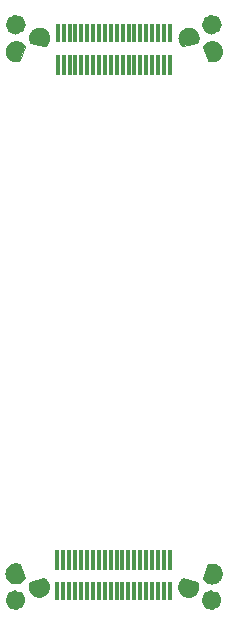
<source format=gbr>
G04 #@! TF.GenerationSoftware,KiCad,Pcbnew,(5.1.0)-1*
G04 #@! TF.CreationDate,2021-08-05T13:01:27-06:00*
G04 #@! TF.ProjectId,_autosave-Igloo19,5f617574-6f73-4617-9665-2d49676c6f6f,rev?*
G04 #@! TF.SameCoordinates,Original*
G04 #@! TF.FileFunction,Paste,Bot*
G04 #@! TF.FilePolarity,Positive*
%FSLAX46Y46*%
G04 Gerber Fmt 4.6, Leading zero omitted, Abs format (unit mm)*
G04 Created by KiCad (PCBNEW (5.1.0)-1) date 2021-08-05 13:01:27*
%MOMM*%
%LPD*%
G04 APERTURE LIST*
%ADD10C,0.850000*%
%ADD11C,0.010000*%
%ADD12R,0.300000X1.630000*%
%ADD13R,0.300000X1.800000*%
G04 APERTURE END LIST*
D10*
X187715000Y-51180000D02*
G75*
G03X187715000Y-51180000I-425000J0D01*
G01*
D11*
G36*
X186526100Y-53056231D02*
G01*
X186534794Y-53041035D01*
X186545935Y-53022457D01*
X186557494Y-53004137D01*
X186569466Y-52986084D01*
X186581844Y-52968307D01*
X186594623Y-52950815D01*
X186607795Y-52933618D01*
X186621353Y-52916724D01*
X186635292Y-52900142D01*
X186649603Y-52883880D01*
X186664280Y-52867948D01*
X186679314Y-52852352D01*
X186694698Y-52837102D01*
X186710424Y-52822204D01*
X186726484Y-52807668D01*
X186742870Y-52793499D01*
X186759573Y-52779705D01*
X186776584Y-52766295D01*
X186793896Y-52753273D01*
X186811498Y-52740648D01*
X186829383Y-52728425D01*
X186847540Y-52716611D01*
X186865960Y-52705212D01*
X186884634Y-52694234D01*
X186903553Y-52683683D01*
X186922706Y-52673563D01*
X186942083Y-52663881D01*
X186961676Y-52654640D01*
X186981473Y-52645847D01*
X187001080Y-52637660D01*
X187043281Y-52623540D01*
X187086164Y-52611647D01*
X187129610Y-52602016D01*
X187173500Y-52594671D01*
X187217715Y-52589633D01*
X187262133Y-52586916D01*
X187306633Y-52586528D01*
X187351091Y-52588469D01*
X187395387Y-52592734D01*
X187439400Y-52599312D01*
X187483007Y-52608184D01*
X187526091Y-52619326D01*
X187568532Y-52632708D01*
X187610215Y-52648293D01*
X187651025Y-52666037D01*
X187690850Y-52685894D01*
X187729582Y-52707807D01*
X187767114Y-52731717D01*
X187803343Y-52757559D01*
X187838170Y-52785262D01*
X187871499Y-52814749D01*
X187903239Y-52845940D01*
X187933304Y-52878750D01*
X187961610Y-52913088D01*
X187988080Y-52948860D01*
X188012642Y-52985969D01*
X188035228Y-53024312D01*
X188055776Y-53063785D01*
X188074230Y-53104279D01*
X188090540Y-53145684D01*
X188104660Y-53187886D01*
X188116553Y-53230768D01*
X188126184Y-53274214D01*
X188133529Y-53318104D01*
X188138567Y-53362319D01*
X188141284Y-53406736D01*
X188141672Y-53451236D01*
X188139731Y-53495694D01*
X188135466Y-53539990D01*
X188128888Y-53584002D01*
X188120016Y-53627609D01*
X188108874Y-53670692D01*
X188095492Y-53713133D01*
X188079908Y-53754816D01*
X188062163Y-53795626D01*
X188042307Y-53835451D01*
X188020394Y-53874183D01*
X187996484Y-53911714D01*
X187970642Y-53947943D01*
X187942940Y-53982769D01*
X187913452Y-54016098D01*
X187882261Y-54047839D01*
X187849452Y-54077903D01*
X187815114Y-54106209D01*
X187779342Y-54132679D01*
X187742233Y-54157240D01*
X187703890Y-54179826D01*
X187664418Y-54200374D01*
X187623924Y-54218829D01*
X187582520Y-54235138D01*
X187556157Y-54243958D01*
X187535703Y-54250153D01*
X187515100Y-54255835D01*
X187494362Y-54260999D01*
X187473501Y-54265643D01*
X187452530Y-54269763D01*
X187431463Y-54273358D01*
X187410312Y-54276425D01*
X187389092Y-54278962D01*
X187367814Y-54280967D01*
X187346493Y-54282439D01*
X187325142Y-54283377D01*
X187303774Y-54283781D01*
X187282403Y-54283651D01*
X187261041Y-54282986D01*
X187239703Y-54281786D01*
X187218402Y-54280054D01*
X187197151Y-54277789D01*
X187175962Y-54274993D01*
X187154851Y-54271668D01*
X187133829Y-54267817D01*
X187112910Y-54263440D01*
X187092107Y-54258542D01*
X187071434Y-54253124D01*
X187050902Y-54247192D01*
X187030525Y-54240747D01*
X187010315Y-54233795D01*
X186990286Y-54226340D01*
X186970450Y-54218386D01*
X186945070Y-54207353D01*
X186526100Y-53056231D01*
X186526100Y-53056231D01*
G37*
X186526100Y-53056231D02*
X186534794Y-53041035D01*
X186545935Y-53022457D01*
X186557494Y-53004137D01*
X186569466Y-52986084D01*
X186581844Y-52968307D01*
X186594623Y-52950815D01*
X186607795Y-52933618D01*
X186621353Y-52916724D01*
X186635292Y-52900142D01*
X186649603Y-52883880D01*
X186664280Y-52867948D01*
X186679314Y-52852352D01*
X186694698Y-52837102D01*
X186710424Y-52822204D01*
X186726484Y-52807668D01*
X186742870Y-52793499D01*
X186759573Y-52779705D01*
X186776584Y-52766295D01*
X186793896Y-52753273D01*
X186811498Y-52740648D01*
X186829383Y-52728425D01*
X186847540Y-52716611D01*
X186865960Y-52705212D01*
X186884634Y-52694234D01*
X186903553Y-52683683D01*
X186922706Y-52673563D01*
X186942083Y-52663881D01*
X186961676Y-52654640D01*
X186981473Y-52645847D01*
X187001080Y-52637660D01*
X187043281Y-52623540D01*
X187086164Y-52611647D01*
X187129610Y-52602016D01*
X187173500Y-52594671D01*
X187217715Y-52589633D01*
X187262133Y-52586916D01*
X187306633Y-52586528D01*
X187351091Y-52588469D01*
X187395387Y-52592734D01*
X187439400Y-52599312D01*
X187483007Y-52608184D01*
X187526091Y-52619326D01*
X187568532Y-52632708D01*
X187610215Y-52648293D01*
X187651025Y-52666037D01*
X187690850Y-52685894D01*
X187729582Y-52707807D01*
X187767114Y-52731717D01*
X187803343Y-52757559D01*
X187838170Y-52785262D01*
X187871499Y-52814749D01*
X187903239Y-52845940D01*
X187933304Y-52878750D01*
X187961610Y-52913088D01*
X187988080Y-52948860D01*
X188012642Y-52985969D01*
X188035228Y-53024312D01*
X188055776Y-53063785D01*
X188074230Y-53104279D01*
X188090540Y-53145684D01*
X188104660Y-53187886D01*
X188116553Y-53230768D01*
X188126184Y-53274214D01*
X188133529Y-53318104D01*
X188138567Y-53362319D01*
X188141284Y-53406736D01*
X188141672Y-53451236D01*
X188139731Y-53495694D01*
X188135466Y-53539990D01*
X188128888Y-53584002D01*
X188120016Y-53627609D01*
X188108874Y-53670692D01*
X188095492Y-53713133D01*
X188079908Y-53754816D01*
X188062163Y-53795626D01*
X188042307Y-53835451D01*
X188020394Y-53874183D01*
X187996484Y-53911714D01*
X187970642Y-53947943D01*
X187942940Y-53982769D01*
X187913452Y-54016098D01*
X187882261Y-54047839D01*
X187849452Y-54077903D01*
X187815114Y-54106209D01*
X187779342Y-54132679D01*
X187742233Y-54157240D01*
X187703890Y-54179826D01*
X187664418Y-54200374D01*
X187623924Y-54218829D01*
X187582520Y-54235138D01*
X187556157Y-54243958D01*
X187535703Y-54250153D01*
X187515100Y-54255835D01*
X187494362Y-54260999D01*
X187473501Y-54265643D01*
X187452530Y-54269763D01*
X187431463Y-54273358D01*
X187410312Y-54276425D01*
X187389092Y-54278962D01*
X187367814Y-54280967D01*
X187346493Y-54282439D01*
X187325142Y-54283377D01*
X187303774Y-54283781D01*
X187282403Y-54283651D01*
X187261041Y-54282986D01*
X187239703Y-54281786D01*
X187218402Y-54280054D01*
X187197151Y-54277789D01*
X187175962Y-54274993D01*
X187154851Y-54271668D01*
X187133829Y-54267817D01*
X187112910Y-54263440D01*
X187092107Y-54258542D01*
X187071434Y-54253124D01*
X187050902Y-54247192D01*
X187030525Y-54240747D01*
X187010315Y-54233795D01*
X186990286Y-54226340D01*
X186970450Y-54218386D01*
X186945070Y-54207353D01*
X186526100Y-53056231D01*
G36*
X184876070Y-53028422D02*
G01*
X184864958Y-53020956D01*
X184847294Y-53008611D01*
X184829915Y-52995868D01*
X184812830Y-52982735D01*
X184796047Y-52969217D01*
X184779576Y-52955322D01*
X184763423Y-52941056D01*
X184747599Y-52926428D01*
X184732110Y-52911445D01*
X184716966Y-52896114D01*
X184702173Y-52880444D01*
X184687739Y-52864442D01*
X184673672Y-52848116D01*
X184659979Y-52831476D01*
X184646668Y-52814529D01*
X184633744Y-52797285D01*
X184621214Y-52779752D01*
X184609086Y-52761939D01*
X184597365Y-52743856D01*
X184586057Y-52725511D01*
X184575168Y-52706914D01*
X184564704Y-52688076D01*
X184554671Y-52669004D01*
X184545072Y-52649710D01*
X184535913Y-52630203D01*
X184527200Y-52610494D01*
X184518936Y-52590592D01*
X184511125Y-52570507D01*
X184503772Y-52550250D01*
X184495770Y-52526390D01*
X184485383Y-52483123D01*
X184477273Y-52439368D01*
X184471465Y-52395248D01*
X184467973Y-52350885D01*
X184466808Y-52306400D01*
X184467973Y-52261915D01*
X184471465Y-52217552D01*
X184477273Y-52173432D01*
X184485383Y-52129677D01*
X184495771Y-52086406D01*
X184508410Y-52043738D01*
X184523264Y-52001790D01*
X184540294Y-51960677D01*
X184559452Y-51920512D01*
X184580686Y-51881404D01*
X184603937Y-51843461D01*
X184629142Y-51806787D01*
X184656232Y-51771483D01*
X184685133Y-51737645D01*
X184715765Y-51705365D01*
X184748045Y-51674733D01*
X184781883Y-51645832D01*
X184817187Y-51618742D01*
X184853861Y-51593537D01*
X184891804Y-51570286D01*
X184930912Y-51549052D01*
X184971077Y-51529894D01*
X185012190Y-51512864D01*
X185054138Y-51498010D01*
X185096810Y-51485370D01*
X185140077Y-51474983D01*
X185183832Y-51466873D01*
X185227952Y-51461065D01*
X185272315Y-51457573D01*
X185316800Y-51456408D01*
X185361285Y-51457573D01*
X185405648Y-51461065D01*
X185449768Y-51466873D01*
X185493523Y-51474983D01*
X185536794Y-51485371D01*
X185579462Y-51498010D01*
X185621410Y-51512864D01*
X185662523Y-51529894D01*
X185702688Y-51549052D01*
X185741796Y-51570286D01*
X185779739Y-51593537D01*
X185816413Y-51618742D01*
X185851717Y-51645832D01*
X185885555Y-51674733D01*
X185917835Y-51705365D01*
X185948467Y-51737645D01*
X185977368Y-51771483D01*
X186004458Y-51806787D01*
X186029663Y-51843461D01*
X186052914Y-51881404D01*
X186074148Y-51920512D01*
X186093306Y-51960677D01*
X186110336Y-52001790D01*
X186125190Y-52043738D01*
X186137830Y-52086410D01*
X186142271Y-52104026D01*
X186147054Y-52125078D01*
X186151297Y-52146245D01*
X186154996Y-52167514D01*
X186158150Y-52188871D01*
X186160756Y-52210301D01*
X186162812Y-52231791D01*
X186164318Y-52253327D01*
X186165272Y-52274894D01*
X186165674Y-52296478D01*
X186165524Y-52318066D01*
X186164820Y-52339643D01*
X186163565Y-52361195D01*
X186161759Y-52382707D01*
X186159402Y-52404166D01*
X186156497Y-52425558D01*
X186153046Y-52446869D01*
X186149050Y-52468084D01*
X186144512Y-52489190D01*
X186139436Y-52510173D01*
X186133824Y-52531019D01*
X186127681Y-52551714D01*
X186121010Y-52572246D01*
X186113815Y-52592600D01*
X186106102Y-52612764D01*
X186097875Y-52632723D01*
X186089141Y-52652465D01*
X186079903Y-52671977D01*
X186070170Y-52691247D01*
X186059330Y-52711370D01*
X184876070Y-53028422D01*
X184876070Y-53028422D01*
G37*
X184876070Y-53028422D02*
X184864958Y-53020956D01*
X184847294Y-53008611D01*
X184829915Y-52995868D01*
X184812830Y-52982735D01*
X184796047Y-52969217D01*
X184779576Y-52955322D01*
X184763423Y-52941056D01*
X184747599Y-52926428D01*
X184732110Y-52911445D01*
X184716966Y-52896114D01*
X184702173Y-52880444D01*
X184687739Y-52864442D01*
X184673672Y-52848116D01*
X184659979Y-52831476D01*
X184646668Y-52814529D01*
X184633744Y-52797285D01*
X184621214Y-52779752D01*
X184609086Y-52761939D01*
X184597365Y-52743856D01*
X184586057Y-52725511D01*
X184575168Y-52706914D01*
X184564704Y-52688076D01*
X184554671Y-52669004D01*
X184545072Y-52649710D01*
X184535913Y-52630203D01*
X184527200Y-52610494D01*
X184518936Y-52590592D01*
X184511125Y-52570507D01*
X184503772Y-52550250D01*
X184495770Y-52526390D01*
X184485383Y-52483123D01*
X184477273Y-52439368D01*
X184471465Y-52395248D01*
X184467973Y-52350885D01*
X184466808Y-52306400D01*
X184467973Y-52261915D01*
X184471465Y-52217552D01*
X184477273Y-52173432D01*
X184485383Y-52129677D01*
X184495771Y-52086406D01*
X184508410Y-52043738D01*
X184523264Y-52001790D01*
X184540294Y-51960677D01*
X184559452Y-51920512D01*
X184580686Y-51881404D01*
X184603937Y-51843461D01*
X184629142Y-51806787D01*
X184656232Y-51771483D01*
X184685133Y-51737645D01*
X184715765Y-51705365D01*
X184748045Y-51674733D01*
X184781883Y-51645832D01*
X184817187Y-51618742D01*
X184853861Y-51593537D01*
X184891804Y-51570286D01*
X184930912Y-51549052D01*
X184971077Y-51529894D01*
X185012190Y-51512864D01*
X185054138Y-51498010D01*
X185096810Y-51485370D01*
X185140077Y-51474983D01*
X185183832Y-51466873D01*
X185227952Y-51461065D01*
X185272315Y-51457573D01*
X185316800Y-51456408D01*
X185361285Y-51457573D01*
X185405648Y-51461065D01*
X185449768Y-51466873D01*
X185493523Y-51474983D01*
X185536794Y-51485371D01*
X185579462Y-51498010D01*
X185621410Y-51512864D01*
X185662523Y-51529894D01*
X185702688Y-51549052D01*
X185741796Y-51570286D01*
X185779739Y-51593537D01*
X185816413Y-51618742D01*
X185851717Y-51645832D01*
X185885555Y-51674733D01*
X185917835Y-51705365D01*
X185948467Y-51737645D01*
X185977368Y-51771483D01*
X186004458Y-51806787D01*
X186029663Y-51843461D01*
X186052914Y-51881404D01*
X186074148Y-51920512D01*
X186093306Y-51960677D01*
X186110336Y-52001790D01*
X186125190Y-52043738D01*
X186137830Y-52086410D01*
X186142271Y-52104026D01*
X186147054Y-52125078D01*
X186151297Y-52146245D01*
X186154996Y-52167514D01*
X186158150Y-52188871D01*
X186160756Y-52210301D01*
X186162812Y-52231791D01*
X186164318Y-52253327D01*
X186165272Y-52274894D01*
X186165674Y-52296478D01*
X186165524Y-52318066D01*
X186164820Y-52339643D01*
X186163565Y-52361195D01*
X186161759Y-52382707D01*
X186159402Y-52404166D01*
X186156497Y-52425558D01*
X186153046Y-52446869D01*
X186149050Y-52468084D01*
X186144512Y-52489190D01*
X186139436Y-52510173D01*
X186133824Y-52531019D01*
X186127681Y-52551714D01*
X186121010Y-52572246D01*
X186113815Y-52592600D01*
X186106102Y-52612764D01*
X186097875Y-52632723D01*
X186089141Y-52652465D01*
X186079903Y-52671977D01*
X186070170Y-52691247D01*
X186059330Y-52711370D01*
X184876070Y-53028422D01*
D10*
X171115000Y-51180000D02*
G75*
G03X171115000Y-51180000I-425000J0D01*
G01*
D11*
G36*
X171920670Y-52711370D02*
G01*
X171909451Y-52687861D01*
X171900793Y-52668505D01*
X171892565Y-52648963D01*
X171884771Y-52629244D01*
X171877414Y-52609358D01*
X171870500Y-52589313D01*
X171864029Y-52569121D01*
X171858007Y-52548790D01*
X171852436Y-52528332D01*
X171847318Y-52507755D01*
X171842657Y-52487070D01*
X171838454Y-52466287D01*
X171834711Y-52445417D01*
X171831431Y-52424468D01*
X171828614Y-52403453D01*
X171826263Y-52382380D01*
X171824378Y-52361260D01*
X171822960Y-52340104D01*
X171822011Y-52318922D01*
X171821530Y-52297724D01*
X171821517Y-52276520D01*
X171821974Y-52255321D01*
X171822899Y-52234138D01*
X171824292Y-52212980D01*
X171826152Y-52191858D01*
X171828479Y-52170783D01*
X171831271Y-52149764D01*
X171834527Y-52128812D01*
X171838245Y-52107936D01*
X171843970Y-52080010D01*
X171856610Y-52037338D01*
X171871464Y-51995390D01*
X171888494Y-51954277D01*
X171907652Y-51914112D01*
X171928886Y-51875004D01*
X171952137Y-51837061D01*
X171977342Y-51800387D01*
X172004432Y-51765083D01*
X172033333Y-51731245D01*
X172063965Y-51698965D01*
X172096245Y-51668333D01*
X172130083Y-51639432D01*
X172165387Y-51612342D01*
X172202061Y-51587137D01*
X172240004Y-51563886D01*
X172279112Y-51542652D01*
X172319277Y-51523494D01*
X172360390Y-51506464D01*
X172402338Y-51491610D01*
X172445006Y-51478971D01*
X172488277Y-51468583D01*
X172532032Y-51460473D01*
X172576152Y-51454665D01*
X172620515Y-51451173D01*
X172665000Y-51450008D01*
X172709485Y-51451173D01*
X172753848Y-51454665D01*
X172797968Y-51460473D01*
X172841723Y-51468583D01*
X172884990Y-51478970D01*
X172927662Y-51491610D01*
X172969610Y-51506464D01*
X173010723Y-51523494D01*
X173050888Y-51542652D01*
X173089996Y-51563886D01*
X173127939Y-51587137D01*
X173164613Y-51612342D01*
X173199917Y-51639432D01*
X173233755Y-51668333D01*
X173266035Y-51698965D01*
X173296667Y-51731245D01*
X173325568Y-51765083D01*
X173352658Y-51800387D01*
X173377863Y-51837061D01*
X173401114Y-51875004D01*
X173422348Y-51914112D01*
X173441506Y-51954277D01*
X173458536Y-51995390D01*
X173473390Y-52037338D01*
X173486029Y-52080006D01*
X173496417Y-52123277D01*
X173504527Y-52167032D01*
X173510335Y-52211152D01*
X173513827Y-52255515D01*
X173514992Y-52300000D01*
X173513827Y-52344485D01*
X173510335Y-52388848D01*
X173504527Y-52432968D01*
X173496417Y-52476723D01*
X173486030Y-52519990D01*
X173480115Y-52540987D01*
X173473669Y-52561811D01*
X173466692Y-52582463D01*
X173459189Y-52602929D01*
X173451164Y-52623197D01*
X173442624Y-52643253D01*
X173433572Y-52663083D01*
X173424017Y-52682676D01*
X173413962Y-52702017D01*
X173403417Y-52721095D01*
X173392386Y-52739896D01*
X173380877Y-52758409D01*
X173368899Y-52776621D01*
X173356458Y-52794521D01*
X173343563Y-52812097D01*
X173330223Y-52829337D01*
X173316446Y-52846229D01*
X173302241Y-52862764D01*
X173287617Y-52878929D01*
X173272584Y-52894715D01*
X173257152Y-52910111D01*
X173241332Y-52925107D01*
X173225132Y-52939693D01*
X173208565Y-52953859D01*
X173191640Y-52967597D01*
X173174369Y-52980898D01*
X173156764Y-52993751D01*
X173138835Y-53006150D01*
X173120595Y-53018087D01*
X173103930Y-53028422D01*
X171920670Y-52711370D01*
X171920670Y-52711370D01*
G37*
X171920670Y-52711370D02*
X171909451Y-52687861D01*
X171900793Y-52668505D01*
X171892565Y-52648963D01*
X171884771Y-52629244D01*
X171877414Y-52609358D01*
X171870500Y-52589313D01*
X171864029Y-52569121D01*
X171858007Y-52548790D01*
X171852436Y-52528332D01*
X171847318Y-52507755D01*
X171842657Y-52487070D01*
X171838454Y-52466287D01*
X171834711Y-52445417D01*
X171831431Y-52424468D01*
X171828614Y-52403453D01*
X171826263Y-52382380D01*
X171824378Y-52361260D01*
X171822960Y-52340104D01*
X171822011Y-52318922D01*
X171821530Y-52297724D01*
X171821517Y-52276520D01*
X171821974Y-52255321D01*
X171822899Y-52234138D01*
X171824292Y-52212980D01*
X171826152Y-52191858D01*
X171828479Y-52170783D01*
X171831271Y-52149764D01*
X171834527Y-52128812D01*
X171838245Y-52107936D01*
X171843970Y-52080010D01*
X171856610Y-52037338D01*
X171871464Y-51995390D01*
X171888494Y-51954277D01*
X171907652Y-51914112D01*
X171928886Y-51875004D01*
X171952137Y-51837061D01*
X171977342Y-51800387D01*
X172004432Y-51765083D01*
X172033333Y-51731245D01*
X172063965Y-51698965D01*
X172096245Y-51668333D01*
X172130083Y-51639432D01*
X172165387Y-51612342D01*
X172202061Y-51587137D01*
X172240004Y-51563886D01*
X172279112Y-51542652D01*
X172319277Y-51523494D01*
X172360390Y-51506464D01*
X172402338Y-51491610D01*
X172445006Y-51478971D01*
X172488277Y-51468583D01*
X172532032Y-51460473D01*
X172576152Y-51454665D01*
X172620515Y-51451173D01*
X172665000Y-51450008D01*
X172709485Y-51451173D01*
X172753848Y-51454665D01*
X172797968Y-51460473D01*
X172841723Y-51468583D01*
X172884990Y-51478970D01*
X172927662Y-51491610D01*
X172969610Y-51506464D01*
X173010723Y-51523494D01*
X173050888Y-51542652D01*
X173089996Y-51563886D01*
X173127939Y-51587137D01*
X173164613Y-51612342D01*
X173199917Y-51639432D01*
X173233755Y-51668333D01*
X173266035Y-51698965D01*
X173296667Y-51731245D01*
X173325568Y-51765083D01*
X173352658Y-51800387D01*
X173377863Y-51837061D01*
X173401114Y-51875004D01*
X173422348Y-51914112D01*
X173441506Y-51954277D01*
X173458536Y-51995390D01*
X173473390Y-52037338D01*
X173486029Y-52080006D01*
X173496417Y-52123277D01*
X173504527Y-52167032D01*
X173510335Y-52211152D01*
X173513827Y-52255515D01*
X173514992Y-52300000D01*
X173513827Y-52344485D01*
X173510335Y-52388848D01*
X173504527Y-52432968D01*
X173496417Y-52476723D01*
X173486030Y-52519990D01*
X173480115Y-52540987D01*
X173473669Y-52561811D01*
X173466692Y-52582463D01*
X173459189Y-52602929D01*
X173451164Y-52623197D01*
X173442624Y-52643253D01*
X173433572Y-52663083D01*
X173424017Y-52682676D01*
X173413962Y-52702017D01*
X173403417Y-52721095D01*
X173392386Y-52739896D01*
X173380877Y-52758409D01*
X173368899Y-52776621D01*
X173356458Y-52794521D01*
X173343563Y-52812097D01*
X173330223Y-52829337D01*
X173316446Y-52846229D01*
X173302241Y-52862764D01*
X173287617Y-52878929D01*
X173272584Y-52894715D01*
X173257152Y-52910111D01*
X173241332Y-52925107D01*
X173225132Y-52939693D01*
X173208565Y-52953859D01*
X173191640Y-52967597D01*
X173174369Y-52980898D01*
X173156764Y-52993751D01*
X173138835Y-53006150D01*
X173120595Y-53018087D01*
X173103930Y-53028422D01*
X171920670Y-52711370D01*
G36*
X171034930Y-54207353D02*
G01*
X171010528Y-54216482D01*
X170990491Y-54223421D01*
X170970306Y-54229914D01*
X170949982Y-54235960D01*
X170929530Y-54241555D01*
X170908959Y-54246697D01*
X170888279Y-54251383D01*
X170867501Y-54255610D01*
X170846635Y-54259377D01*
X170825690Y-54262682D01*
X170804677Y-54265523D01*
X170783607Y-54267899D01*
X170762489Y-54269808D01*
X170741334Y-54271250D01*
X170720153Y-54272224D01*
X170698955Y-54272730D01*
X170677751Y-54272767D01*
X170656552Y-54272335D01*
X170635367Y-54271435D01*
X170614207Y-54270067D01*
X170593083Y-54268231D01*
X170572004Y-54265929D01*
X170550982Y-54263161D01*
X170530026Y-54259930D01*
X170509146Y-54256235D01*
X170488353Y-54252081D01*
X170467658Y-54247467D01*
X170447069Y-54242397D01*
X170426597Y-54236874D01*
X170399280Y-54228738D01*
X170357876Y-54212429D01*
X170317382Y-54193974D01*
X170277910Y-54173426D01*
X170239567Y-54150840D01*
X170202458Y-54126279D01*
X170166686Y-54099809D01*
X170132348Y-54071503D01*
X170099539Y-54041439D01*
X170068348Y-54009698D01*
X170038860Y-53976369D01*
X170011158Y-53941543D01*
X169985316Y-53905314D01*
X169961406Y-53867783D01*
X169939493Y-53829051D01*
X169919637Y-53789226D01*
X169901892Y-53748416D01*
X169886308Y-53706733D01*
X169872926Y-53664292D01*
X169861784Y-53621209D01*
X169852912Y-53577602D01*
X169846334Y-53533590D01*
X169842069Y-53489294D01*
X169840128Y-53444836D01*
X169840516Y-53400336D01*
X169843233Y-53355919D01*
X169848271Y-53311704D01*
X169855616Y-53267814D01*
X169865247Y-53224368D01*
X169877140Y-53181486D01*
X169891260Y-53139284D01*
X169907570Y-53097879D01*
X169926024Y-53057385D01*
X169946572Y-53017912D01*
X169969158Y-52979569D01*
X169993720Y-52942460D01*
X170020190Y-52906688D01*
X170048496Y-52872350D01*
X170078561Y-52839540D01*
X170110301Y-52808349D01*
X170143630Y-52778862D01*
X170178457Y-52751159D01*
X170214686Y-52725317D01*
X170252218Y-52701407D01*
X170290950Y-52679494D01*
X170330775Y-52659637D01*
X170371585Y-52641893D01*
X170413268Y-52626308D01*
X170455709Y-52612926D01*
X170498793Y-52601784D01*
X170542400Y-52592912D01*
X170586413Y-52586334D01*
X170630709Y-52582069D01*
X170675167Y-52580128D01*
X170719667Y-52580516D01*
X170764085Y-52583233D01*
X170808300Y-52588271D01*
X170852190Y-52595616D01*
X170895636Y-52605247D01*
X170938519Y-52617140D01*
X170980720Y-52631260D01*
X171001098Y-52638974D01*
X171021280Y-52647210D01*
X171041245Y-52655960D01*
X171060980Y-52665219D01*
X171080471Y-52674979D01*
X171099706Y-52685235D01*
X171118672Y-52695980D01*
X171137357Y-52707207D01*
X171155748Y-52718909D01*
X171173834Y-52731077D01*
X171191603Y-52743705D01*
X171209042Y-52756783D01*
X171226141Y-52770303D01*
X171242888Y-52784256D01*
X171259273Y-52798634D01*
X171275284Y-52813426D01*
X171290912Y-52828623D01*
X171306145Y-52844215D01*
X171320975Y-52860192D01*
X171335390Y-52876543D01*
X171349382Y-52893258D01*
X171362942Y-52910325D01*
X171376061Y-52927734D01*
X171388730Y-52945473D01*
X171400940Y-52963531D01*
X171412685Y-52981895D01*
X171423955Y-53000554D01*
X171434744Y-53019495D01*
X171445045Y-53038706D01*
X171453900Y-53056231D01*
X171034930Y-54207353D01*
X171034930Y-54207353D01*
G37*
X171034930Y-54207353D02*
X171010528Y-54216482D01*
X170990491Y-54223421D01*
X170970306Y-54229914D01*
X170949982Y-54235960D01*
X170929530Y-54241555D01*
X170908959Y-54246697D01*
X170888279Y-54251383D01*
X170867501Y-54255610D01*
X170846635Y-54259377D01*
X170825690Y-54262682D01*
X170804677Y-54265523D01*
X170783607Y-54267899D01*
X170762489Y-54269808D01*
X170741334Y-54271250D01*
X170720153Y-54272224D01*
X170698955Y-54272730D01*
X170677751Y-54272767D01*
X170656552Y-54272335D01*
X170635367Y-54271435D01*
X170614207Y-54270067D01*
X170593083Y-54268231D01*
X170572004Y-54265929D01*
X170550982Y-54263161D01*
X170530026Y-54259930D01*
X170509146Y-54256235D01*
X170488353Y-54252081D01*
X170467658Y-54247467D01*
X170447069Y-54242397D01*
X170426597Y-54236874D01*
X170399280Y-54228738D01*
X170357876Y-54212429D01*
X170317382Y-54193974D01*
X170277910Y-54173426D01*
X170239567Y-54150840D01*
X170202458Y-54126279D01*
X170166686Y-54099809D01*
X170132348Y-54071503D01*
X170099539Y-54041439D01*
X170068348Y-54009698D01*
X170038860Y-53976369D01*
X170011158Y-53941543D01*
X169985316Y-53905314D01*
X169961406Y-53867783D01*
X169939493Y-53829051D01*
X169919637Y-53789226D01*
X169901892Y-53748416D01*
X169886308Y-53706733D01*
X169872926Y-53664292D01*
X169861784Y-53621209D01*
X169852912Y-53577602D01*
X169846334Y-53533590D01*
X169842069Y-53489294D01*
X169840128Y-53444836D01*
X169840516Y-53400336D01*
X169843233Y-53355919D01*
X169848271Y-53311704D01*
X169855616Y-53267814D01*
X169865247Y-53224368D01*
X169877140Y-53181486D01*
X169891260Y-53139284D01*
X169907570Y-53097879D01*
X169926024Y-53057385D01*
X169946572Y-53017912D01*
X169969158Y-52979569D01*
X169993720Y-52942460D01*
X170020190Y-52906688D01*
X170048496Y-52872350D01*
X170078561Y-52839540D01*
X170110301Y-52808349D01*
X170143630Y-52778862D01*
X170178457Y-52751159D01*
X170214686Y-52725317D01*
X170252218Y-52701407D01*
X170290950Y-52679494D01*
X170330775Y-52659637D01*
X170371585Y-52641893D01*
X170413268Y-52626308D01*
X170455709Y-52612926D01*
X170498793Y-52601784D01*
X170542400Y-52592912D01*
X170586413Y-52586334D01*
X170630709Y-52582069D01*
X170675167Y-52580128D01*
X170719667Y-52580516D01*
X170764085Y-52583233D01*
X170808300Y-52588271D01*
X170852190Y-52595616D01*
X170895636Y-52605247D01*
X170938519Y-52617140D01*
X170980720Y-52631260D01*
X171001098Y-52638974D01*
X171021280Y-52647210D01*
X171041245Y-52655960D01*
X171060980Y-52665219D01*
X171080471Y-52674979D01*
X171099706Y-52685235D01*
X171118672Y-52695980D01*
X171137357Y-52707207D01*
X171155748Y-52718909D01*
X171173834Y-52731077D01*
X171191603Y-52743705D01*
X171209042Y-52756783D01*
X171226141Y-52770303D01*
X171242888Y-52784256D01*
X171259273Y-52798634D01*
X171275284Y-52813426D01*
X171290912Y-52828623D01*
X171306145Y-52844215D01*
X171320975Y-52860192D01*
X171335390Y-52876543D01*
X171349382Y-52893258D01*
X171362942Y-52910325D01*
X171376061Y-52927734D01*
X171388730Y-52945473D01*
X171400940Y-52963531D01*
X171412685Y-52981895D01*
X171423955Y-53000554D01*
X171434744Y-53019495D01*
X171445045Y-53038706D01*
X171453900Y-53056231D01*
X171034930Y-54207353D01*
D10*
X171095000Y-99900000D02*
G75*
G03X171095000Y-99900000I-425000J0D01*
G01*
D11*
G36*
X171433900Y-98023769D02*
G01*
X171425206Y-98038965D01*
X171414065Y-98057543D01*
X171402506Y-98075863D01*
X171390534Y-98093916D01*
X171378156Y-98111693D01*
X171365377Y-98129185D01*
X171352205Y-98146382D01*
X171338647Y-98163276D01*
X171324708Y-98179858D01*
X171310397Y-98196120D01*
X171295720Y-98212052D01*
X171280686Y-98227648D01*
X171265302Y-98242898D01*
X171249576Y-98257796D01*
X171233516Y-98272332D01*
X171217130Y-98286501D01*
X171200427Y-98300295D01*
X171183416Y-98313705D01*
X171166104Y-98326727D01*
X171148502Y-98339352D01*
X171130617Y-98351575D01*
X171112460Y-98363389D01*
X171094040Y-98374788D01*
X171075366Y-98385766D01*
X171056447Y-98396317D01*
X171037294Y-98406437D01*
X171017917Y-98416119D01*
X170998324Y-98425360D01*
X170978527Y-98434153D01*
X170958920Y-98442340D01*
X170916719Y-98456460D01*
X170873836Y-98468353D01*
X170830390Y-98477984D01*
X170786500Y-98485329D01*
X170742285Y-98490367D01*
X170697867Y-98493084D01*
X170653367Y-98493472D01*
X170608909Y-98491531D01*
X170564613Y-98487266D01*
X170520600Y-98480688D01*
X170476993Y-98471816D01*
X170433909Y-98460674D01*
X170391468Y-98447292D01*
X170349785Y-98431707D01*
X170308975Y-98413963D01*
X170269150Y-98394106D01*
X170230418Y-98372193D01*
X170192886Y-98348283D01*
X170156657Y-98322441D01*
X170121830Y-98294738D01*
X170088501Y-98265251D01*
X170056761Y-98234060D01*
X170026696Y-98201250D01*
X169998390Y-98166912D01*
X169971920Y-98131140D01*
X169947358Y-98094031D01*
X169924772Y-98055688D01*
X169904224Y-98016215D01*
X169885770Y-97975721D01*
X169869460Y-97934316D01*
X169855340Y-97892114D01*
X169843447Y-97849232D01*
X169833816Y-97805786D01*
X169826471Y-97761896D01*
X169821433Y-97717681D01*
X169818716Y-97673264D01*
X169818328Y-97628764D01*
X169820269Y-97584306D01*
X169824534Y-97540010D01*
X169831112Y-97495998D01*
X169839984Y-97452391D01*
X169851126Y-97409308D01*
X169864508Y-97366867D01*
X169880092Y-97325184D01*
X169897837Y-97284374D01*
X169917693Y-97244549D01*
X169939606Y-97205817D01*
X169963516Y-97168286D01*
X169989358Y-97132057D01*
X170017060Y-97097231D01*
X170046548Y-97063902D01*
X170077739Y-97032161D01*
X170110548Y-97002097D01*
X170144886Y-96973791D01*
X170180658Y-96947321D01*
X170217767Y-96922760D01*
X170256110Y-96900174D01*
X170295582Y-96879626D01*
X170336076Y-96861171D01*
X170377480Y-96844862D01*
X170403843Y-96836042D01*
X170424297Y-96829847D01*
X170444900Y-96824165D01*
X170465638Y-96819001D01*
X170486499Y-96814357D01*
X170507470Y-96810237D01*
X170528537Y-96806642D01*
X170549688Y-96803575D01*
X170570908Y-96801038D01*
X170592186Y-96799033D01*
X170613507Y-96797561D01*
X170634858Y-96796623D01*
X170656226Y-96796219D01*
X170677597Y-96796349D01*
X170698959Y-96797014D01*
X170720297Y-96798214D01*
X170741598Y-96799946D01*
X170762849Y-96802211D01*
X170784038Y-96805007D01*
X170805149Y-96808332D01*
X170826171Y-96812183D01*
X170847090Y-96816560D01*
X170867893Y-96821458D01*
X170888566Y-96826876D01*
X170909098Y-96832808D01*
X170929475Y-96839253D01*
X170949685Y-96846205D01*
X170969714Y-96853660D01*
X170989550Y-96861614D01*
X171014930Y-96872647D01*
X171433900Y-98023769D01*
X171433900Y-98023769D01*
G37*
X171433900Y-98023769D02*
X171425206Y-98038965D01*
X171414065Y-98057543D01*
X171402506Y-98075863D01*
X171390534Y-98093916D01*
X171378156Y-98111693D01*
X171365377Y-98129185D01*
X171352205Y-98146382D01*
X171338647Y-98163276D01*
X171324708Y-98179858D01*
X171310397Y-98196120D01*
X171295720Y-98212052D01*
X171280686Y-98227648D01*
X171265302Y-98242898D01*
X171249576Y-98257796D01*
X171233516Y-98272332D01*
X171217130Y-98286501D01*
X171200427Y-98300295D01*
X171183416Y-98313705D01*
X171166104Y-98326727D01*
X171148502Y-98339352D01*
X171130617Y-98351575D01*
X171112460Y-98363389D01*
X171094040Y-98374788D01*
X171075366Y-98385766D01*
X171056447Y-98396317D01*
X171037294Y-98406437D01*
X171017917Y-98416119D01*
X170998324Y-98425360D01*
X170978527Y-98434153D01*
X170958920Y-98442340D01*
X170916719Y-98456460D01*
X170873836Y-98468353D01*
X170830390Y-98477984D01*
X170786500Y-98485329D01*
X170742285Y-98490367D01*
X170697867Y-98493084D01*
X170653367Y-98493472D01*
X170608909Y-98491531D01*
X170564613Y-98487266D01*
X170520600Y-98480688D01*
X170476993Y-98471816D01*
X170433909Y-98460674D01*
X170391468Y-98447292D01*
X170349785Y-98431707D01*
X170308975Y-98413963D01*
X170269150Y-98394106D01*
X170230418Y-98372193D01*
X170192886Y-98348283D01*
X170156657Y-98322441D01*
X170121830Y-98294738D01*
X170088501Y-98265251D01*
X170056761Y-98234060D01*
X170026696Y-98201250D01*
X169998390Y-98166912D01*
X169971920Y-98131140D01*
X169947358Y-98094031D01*
X169924772Y-98055688D01*
X169904224Y-98016215D01*
X169885770Y-97975721D01*
X169869460Y-97934316D01*
X169855340Y-97892114D01*
X169843447Y-97849232D01*
X169833816Y-97805786D01*
X169826471Y-97761896D01*
X169821433Y-97717681D01*
X169818716Y-97673264D01*
X169818328Y-97628764D01*
X169820269Y-97584306D01*
X169824534Y-97540010D01*
X169831112Y-97495998D01*
X169839984Y-97452391D01*
X169851126Y-97409308D01*
X169864508Y-97366867D01*
X169880092Y-97325184D01*
X169897837Y-97284374D01*
X169917693Y-97244549D01*
X169939606Y-97205817D01*
X169963516Y-97168286D01*
X169989358Y-97132057D01*
X170017060Y-97097231D01*
X170046548Y-97063902D01*
X170077739Y-97032161D01*
X170110548Y-97002097D01*
X170144886Y-96973791D01*
X170180658Y-96947321D01*
X170217767Y-96922760D01*
X170256110Y-96900174D01*
X170295582Y-96879626D01*
X170336076Y-96861171D01*
X170377480Y-96844862D01*
X170403843Y-96836042D01*
X170424297Y-96829847D01*
X170444900Y-96824165D01*
X170465638Y-96819001D01*
X170486499Y-96814357D01*
X170507470Y-96810237D01*
X170528537Y-96806642D01*
X170549688Y-96803575D01*
X170570908Y-96801038D01*
X170592186Y-96799033D01*
X170613507Y-96797561D01*
X170634858Y-96796623D01*
X170656226Y-96796219D01*
X170677597Y-96796349D01*
X170698959Y-96797014D01*
X170720297Y-96798214D01*
X170741598Y-96799946D01*
X170762849Y-96802211D01*
X170784038Y-96805007D01*
X170805149Y-96808332D01*
X170826171Y-96812183D01*
X170847090Y-96816560D01*
X170867893Y-96821458D01*
X170888566Y-96826876D01*
X170909098Y-96832808D01*
X170929475Y-96839253D01*
X170949685Y-96846205D01*
X170969714Y-96853660D01*
X170989550Y-96861614D01*
X171014930Y-96872647D01*
X171433900Y-98023769D01*
G36*
X173083930Y-98051578D02*
G01*
X173095042Y-98059044D01*
X173112706Y-98071389D01*
X173130085Y-98084132D01*
X173147170Y-98097265D01*
X173163953Y-98110783D01*
X173180424Y-98124678D01*
X173196577Y-98138944D01*
X173212401Y-98153572D01*
X173227890Y-98168555D01*
X173243034Y-98183886D01*
X173257827Y-98199556D01*
X173272261Y-98215558D01*
X173286328Y-98231884D01*
X173300021Y-98248524D01*
X173313332Y-98265471D01*
X173326256Y-98282715D01*
X173338786Y-98300248D01*
X173350914Y-98318061D01*
X173362635Y-98336144D01*
X173373943Y-98354489D01*
X173384832Y-98373086D01*
X173395296Y-98391924D01*
X173405329Y-98410996D01*
X173414928Y-98430290D01*
X173424087Y-98449797D01*
X173432800Y-98469506D01*
X173441064Y-98489408D01*
X173448875Y-98509493D01*
X173456228Y-98529750D01*
X173464230Y-98553610D01*
X173474617Y-98596877D01*
X173482727Y-98640632D01*
X173488535Y-98684752D01*
X173492027Y-98729115D01*
X173493192Y-98773600D01*
X173492027Y-98818085D01*
X173488535Y-98862448D01*
X173482727Y-98906568D01*
X173474617Y-98950323D01*
X173464229Y-98993594D01*
X173451590Y-99036262D01*
X173436736Y-99078210D01*
X173419706Y-99119323D01*
X173400548Y-99159488D01*
X173379314Y-99198596D01*
X173356063Y-99236539D01*
X173330858Y-99273213D01*
X173303768Y-99308517D01*
X173274867Y-99342355D01*
X173244235Y-99374635D01*
X173211955Y-99405267D01*
X173178117Y-99434168D01*
X173142813Y-99461258D01*
X173106139Y-99486463D01*
X173068196Y-99509714D01*
X173029088Y-99530948D01*
X172988923Y-99550106D01*
X172947810Y-99567136D01*
X172905862Y-99581990D01*
X172863190Y-99594630D01*
X172819923Y-99605017D01*
X172776168Y-99613127D01*
X172732048Y-99618935D01*
X172687685Y-99622427D01*
X172643200Y-99623592D01*
X172598715Y-99622427D01*
X172554352Y-99618935D01*
X172510232Y-99613127D01*
X172466477Y-99605017D01*
X172423206Y-99594629D01*
X172380538Y-99581990D01*
X172338590Y-99567136D01*
X172297477Y-99550106D01*
X172257312Y-99530948D01*
X172218204Y-99509714D01*
X172180261Y-99486463D01*
X172143587Y-99461258D01*
X172108283Y-99434168D01*
X172074445Y-99405267D01*
X172042165Y-99374635D01*
X172011533Y-99342355D01*
X171982632Y-99308517D01*
X171955542Y-99273213D01*
X171930337Y-99236539D01*
X171907086Y-99198596D01*
X171885852Y-99159488D01*
X171866694Y-99119323D01*
X171849664Y-99078210D01*
X171834810Y-99036262D01*
X171822170Y-98993590D01*
X171817729Y-98975974D01*
X171812946Y-98954922D01*
X171808703Y-98933755D01*
X171805004Y-98912486D01*
X171801850Y-98891129D01*
X171799244Y-98869699D01*
X171797188Y-98848209D01*
X171795682Y-98826673D01*
X171794728Y-98805106D01*
X171794326Y-98783522D01*
X171794476Y-98761934D01*
X171795180Y-98740357D01*
X171796435Y-98718805D01*
X171798241Y-98697293D01*
X171800598Y-98675834D01*
X171803503Y-98654442D01*
X171806954Y-98633131D01*
X171810950Y-98611916D01*
X171815488Y-98590810D01*
X171820564Y-98569827D01*
X171826176Y-98548981D01*
X171832319Y-98528286D01*
X171838990Y-98507754D01*
X171846185Y-98487400D01*
X171853898Y-98467236D01*
X171862125Y-98447277D01*
X171870859Y-98427535D01*
X171880097Y-98408023D01*
X171889830Y-98388753D01*
X171900670Y-98368630D01*
X173083930Y-98051578D01*
X173083930Y-98051578D01*
G37*
X173083930Y-98051578D02*
X173095042Y-98059044D01*
X173112706Y-98071389D01*
X173130085Y-98084132D01*
X173147170Y-98097265D01*
X173163953Y-98110783D01*
X173180424Y-98124678D01*
X173196577Y-98138944D01*
X173212401Y-98153572D01*
X173227890Y-98168555D01*
X173243034Y-98183886D01*
X173257827Y-98199556D01*
X173272261Y-98215558D01*
X173286328Y-98231884D01*
X173300021Y-98248524D01*
X173313332Y-98265471D01*
X173326256Y-98282715D01*
X173338786Y-98300248D01*
X173350914Y-98318061D01*
X173362635Y-98336144D01*
X173373943Y-98354489D01*
X173384832Y-98373086D01*
X173395296Y-98391924D01*
X173405329Y-98410996D01*
X173414928Y-98430290D01*
X173424087Y-98449797D01*
X173432800Y-98469506D01*
X173441064Y-98489408D01*
X173448875Y-98509493D01*
X173456228Y-98529750D01*
X173464230Y-98553610D01*
X173474617Y-98596877D01*
X173482727Y-98640632D01*
X173488535Y-98684752D01*
X173492027Y-98729115D01*
X173493192Y-98773600D01*
X173492027Y-98818085D01*
X173488535Y-98862448D01*
X173482727Y-98906568D01*
X173474617Y-98950323D01*
X173464229Y-98993594D01*
X173451590Y-99036262D01*
X173436736Y-99078210D01*
X173419706Y-99119323D01*
X173400548Y-99159488D01*
X173379314Y-99198596D01*
X173356063Y-99236539D01*
X173330858Y-99273213D01*
X173303768Y-99308517D01*
X173274867Y-99342355D01*
X173244235Y-99374635D01*
X173211955Y-99405267D01*
X173178117Y-99434168D01*
X173142813Y-99461258D01*
X173106139Y-99486463D01*
X173068196Y-99509714D01*
X173029088Y-99530948D01*
X172988923Y-99550106D01*
X172947810Y-99567136D01*
X172905862Y-99581990D01*
X172863190Y-99594630D01*
X172819923Y-99605017D01*
X172776168Y-99613127D01*
X172732048Y-99618935D01*
X172687685Y-99622427D01*
X172643200Y-99623592D01*
X172598715Y-99622427D01*
X172554352Y-99618935D01*
X172510232Y-99613127D01*
X172466477Y-99605017D01*
X172423206Y-99594629D01*
X172380538Y-99581990D01*
X172338590Y-99567136D01*
X172297477Y-99550106D01*
X172257312Y-99530948D01*
X172218204Y-99509714D01*
X172180261Y-99486463D01*
X172143587Y-99461258D01*
X172108283Y-99434168D01*
X172074445Y-99405267D01*
X172042165Y-99374635D01*
X172011533Y-99342355D01*
X171982632Y-99308517D01*
X171955542Y-99273213D01*
X171930337Y-99236539D01*
X171907086Y-99198596D01*
X171885852Y-99159488D01*
X171866694Y-99119323D01*
X171849664Y-99078210D01*
X171834810Y-99036262D01*
X171822170Y-98993590D01*
X171817729Y-98975974D01*
X171812946Y-98954922D01*
X171808703Y-98933755D01*
X171805004Y-98912486D01*
X171801850Y-98891129D01*
X171799244Y-98869699D01*
X171797188Y-98848209D01*
X171795682Y-98826673D01*
X171794728Y-98805106D01*
X171794326Y-98783522D01*
X171794476Y-98761934D01*
X171795180Y-98740357D01*
X171796435Y-98718805D01*
X171798241Y-98697293D01*
X171800598Y-98675834D01*
X171803503Y-98654442D01*
X171806954Y-98633131D01*
X171810950Y-98611916D01*
X171815488Y-98590810D01*
X171820564Y-98569827D01*
X171826176Y-98548981D01*
X171832319Y-98528286D01*
X171838990Y-98507754D01*
X171846185Y-98487400D01*
X171853898Y-98467236D01*
X171862125Y-98447277D01*
X171870859Y-98427535D01*
X171880097Y-98408023D01*
X171889830Y-98388753D01*
X171900670Y-98368630D01*
X173083930Y-98051578D01*
D10*
X187695000Y-99900000D02*
G75*
G03X187695000Y-99900000I-425000J0D01*
G01*
D11*
G36*
X186039330Y-98368630D02*
G01*
X186050549Y-98392139D01*
X186059207Y-98411495D01*
X186067435Y-98431037D01*
X186075229Y-98450756D01*
X186082586Y-98470642D01*
X186089500Y-98490687D01*
X186095971Y-98510879D01*
X186101993Y-98531210D01*
X186107564Y-98551668D01*
X186112682Y-98572245D01*
X186117343Y-98592930D01*
X186121546Y-98613713D01*
X186125289Y-98634583D01*
X186128569Y-98655532D01*
X186131386Y-98676547D01*
X186133737Y-98697620D01*
X186135622Y-98718740D01*
X186137040Y-98739896D01*
X186137989Y-98761078D01*
X186138470Y-98782276D01*
X186138483Y-98803480D01*
X186138026Y-98824679D01*
X186137101Y-98845862D01*
X186135708Y-98867020D01*
X186133848Y-98888142D01*
X186131521Y-98909217D01*
X186128729Y-98930236D01*
X186125473Y-98951188D01*
X186121755Y-98972064D01*
X186116030Y-98999990D01*
X186103390Y-99042662D01*
X186088536Y-99084610D01*
X186071506Y-99125723D01*
X186052348Y-99165888D01*
X186031114Y-99204996D01*
X186007863Y-99242939D01*
X185982658Y-99279613D01*
X185955568Y-99314917D01*
X185926667Y-99348755D01*
X185896035Y-99381035D01*
X185863755Y-99411667D01*
X185829917Y-99440568D01*
X185794613Y-99467658D01*
X185757939Y-99492863D01*
X185719996Y-99516114D01*
X185680888Y-99537348D01*
X185640723Y-99556506D01*
X185599610Y-99573536D01*
X185557662Y-99588390D01*
X185514994Y-99601029D01*
X185471723Y-99611417D01*
X185427968Y-99619527D01*
X185383848Y-99625335D01*
X185339485Y-99628827D01*
X185295000Y-99629992D01*
X185250515Y-99628827D01*
X185206152Y-99625335D01*
X185162032Y-99619527D01*
X185118277Y-99611417D01*
X185075010Y-99601030D01*
X185032338Y-99588390D01*
X184990390Y-99573536D01*
X184949277Y-99556506D01*
X184909112Y-99537348D01*
X184870004Y-99516114D01*
X184832061Y-99492863D01*
X184795387Y-99467658D01*
X184760083Y-99440568D01*
X184726245Y-99411667D01*
X184693965Y-99381035D01*
X184663333Y-99348755D01*
X184634432Y-99314917D01*
X184607342Y-99279613D01*
X184582137Y-99242939D01*
X184558886Y-99204996D01*
X184537652Y-99165888D01*
X184518494Y-99125723D01*
X184501464Y-99084610D01*
X184486610Y-99042662D01*
X184473971Y-98999994D01*
X184463583Y-98956723D01*
X184455473Y-98912968D01*
X184449665Y-98868848D01*
X184446173Y-98824485D01*
X184445008Y-98780000D01*
X184446173Y-98735515D01*
X184449665Y-98691152D01*
X184455473Y-98647032D01*
X184463583Y-98603277D01*
X184473970Y-98560010D01*
X184479885Y-98539013D01*
X184486331Y-98518189D01*
X184493308Y-98497537D01*
X184500811Y-98477071D01*
X184508836Y-98456803D01*
X184517376Y-98436747D01*
X184526428Y-98416917D01*
X184535983Y-98397324D01*
X184546038Y-98377983D01*
X184556583Y-98358905D01*
X184567614Y-98340104D01*
X184579123Y-98321591D01*
X184591101Y-98303379D01*
X184603542Y-98285479D01*
X184616437Y-98267903D01*
X184629777Y-98250663D01*
X184643554Y-98233771D01*
X184657759Y-98217236D01*
X184672383Y-98201071D01*
X184687416Y-98185285D01*
X184702848Y-98169889D01*
X184718668Y-98154893D01*
X184734868Y-98140307D01*
X184751435Y-98126141D01*
X184768360Y-98112403D01*
X184785631Y-98099102D01*
X184803236Y-98086249D01*
X184821165Y-98073850D01*
X184839405Y-98061913D01*
X184856070Y-98051578D01*
X186039330Y-98368630D01*
X186039330Y-98368630D01*
G37*
X186039330Y-98368630D02*
X186050549Y-98392139D01*
X186059207Y-98411495D01*
X186067435Y-98431037D01*
X186075229Y-98450756D01*
X186082586Y-98470642D01*
X186089500Y-98490687D01*
X186095971Y-98510879D01*
X186101993Y-98531210D01*
X186107564Y-98551668D01*
X186112682Y-98572245D01*
X186117343Y-98592930D01*
X186121546Y-98613713D01*
X186125289Y-98634583D01*
X186128569Y-98655532D01*
X186131386Y-98676547D01*
X186133737Y-98697620D01*
X186135622Y-98718740D01*
X186137040Y-98739896D01*
X186137989Y-98761078D01*
X186138470Y-98782276D01*
X186138483Y-98803480D01*
X186138026Y-98824679D01*
X186137101Y-98845862D01*
X186135708Y-98867020D01*
X186133848Y-98888142D01*
X186131521Y-98909217D01*
X186128729Y-98930236D01*
X186125473Y-98951188D01*
X186121755Y-98972064D01*
X186116030Y-98999990D01*
X186103390Y-99042662D01*
X186088536Y-99084610D01*
X186071506Y-99125723D01*
X186052348Y-99165888D01*
X186031114Y-99204996D01*
X186007863Y-99242939D01*
X185982658Y-99279613D01*
X185955568Y-99314917D01*
X185926667Y-99348755D01*
X185896035Y-99381035D01*
X185863755Y-99411667D01*
X185829917Y-99440568D01*
X185794613Y-99467658D01*
X185757939Y-99492863D01*
X185719996Y-99516114D01*
X185680888Y-99537348D01*
X185640723Y-99556506D01*
X185599610Y-99573536D01*
X185557662Y-99588390D01*
X185514994Y-99601029D01*
X185471723Y-99611417D01*
X185427968Y-99619527D01*
X185383848Y-99625335D01*
X185339485Y-99628827D01*
X185295000Y-99629992D01*
X185250515Y-99628827D01*
X185206152Y-99625335D01*
X185162032Y-99619527D01*
X185118277Y-99611417D01*
X185075010Y-99601030D01*
X185032338Y-99588390D01*
X184990390Y-99573536D01*
X184949277Y-99556506D01*
X184909112Y-99537348D01*
X184870004Y-99516114D01*
X184832061Y-99492863D01*
X184795387Y-99467658D01*
X184760083Y-99440568D01*
X184726245Y-99411667D01*
X184693965Y-99381035D01*
X184663333Y-99348755D01*
X184634432Y-99314917D01*
X184607342Y-99279613D01*
X184582137Y-99242939D01*
X184558886Y-99204996D01*
X184537652Y-99165888D01*
X184518494Y-99125723D01*
X184501464Y-99084610D01*
X184486610Y-99042662D01*
X184473971Y-98999994D01*
X184463583Y-98956723D01*
X184455473Y-98912968D01*
X184449665Y-98868848D01*
X184446173Y-98824485D01*
X184445008Y-98780000D01*
X184446173Y-98735515D01*
X184449665Y-98691152D01*
X184455473Y-98647032D01*
X184463583Y-98603277D01*
X184473970Y-98560010D01*
X184479885Y-98539013D01*
X184486331Y-98518189D01*
X184493308Y-98497537D01*
X184500811Y-98477071D01*
X184508836Y-98456803D01*
X184517376Y-98436747D01*
X184526428Y-98416917D01*
X184535983Y-98397324D01*
X184546038Y-98377983D01*
X184556583Y-98358905D01*
X184567614Y-98340104D01*
X184579123Y-98321591D01*
X184591101Y-98303379D01*
X184603542Y-98285479D01*
X184616437Y-98267903D01*
X184629777Y-98250663D01*
X184643554Y-98233771D01*
X184657759Y-98217236D01*
X184672383Y-98201071D01*
X184687416Y-98185285D01*
X184702848Y-98169889D01*
X184718668Y-98154893D01*
X184734868Y-98140307D01*
X184751435Y-98126141D01*
X184768360Y-98112403D01*
X184785631Y-98099102D01*
X184803236Y-98086249D01*
X184821165Y-98073850D01*
X184839405Y-98061913D01*
X184856070Y-98051578D01*
X186039330Y-98368630D01*
G36*
X186925070Y-96872647D02*
G01*
X186949472Y-96863518D01*
X186969509Y-96856579D01*
X186989694Y-96850086D01*
X187010018Y-96844040D01*
X187030470Y-96838445D01*
X187051041Y-96833303D01*
X187071721Y-96828617D01*
X187092499Y-96824390D01*
X187113365Y-96820623D01*
X187134310Y-96817318D01*
X187155323Y-96814477D01*
X187176393Y-96812101D01*
X187197511Y-96810192D01*
X187218666Y-96808750D01*
X187239847Y-96807776D01*
X187261045Y-96807270D01*
X187282249Y-96807233D01*
X187303448Y-96807665D01*
X187324633Y-96808565D01*
X187345793Y-96809933D01*
X187366917Y-96811769D01*
X187387996Y-96814071D01*
X187409018Y-96816839D01*
X187429974Y-96820070D01*
X187450854Y-96823765D01*
X187471647Y-96827919D01*
X187492342Y-96832533D01*
X187512931Y-96837603D01*
X187533403Y-96843126D01*
X187560720Y-96851262D01*
X187602124Y-96867571D01*
X187642618Y-96886026D01*
X187682090Y-96906574D01*
X187720433Y-96929160D01*
X187757542Y-96953721D01*
X187793314Y-96980191D01*
X187827652Y-97008497D01*
X187860461Y-97038561D01*
X187891652Y-97070302D01*
X187921140Y-97103631D01*
X187948842Y-97138457D01*
X187974684Y-97174686D01*
X187998594Y-97212217D01*
X188020507Y-97250949D01*
X188040363Y-97290774D01*
X188058108Y-97331584D01*
X188073692Y-97373267D01*
X188087074Y-97415708D01*
X188098216Y-97458791D01*
X188107088Y-97502398D01*
X188113666Y-97546410D01*
X188117931Y-97590706D01*
X188119872Y-97635164D01*
X188119484Y-97679664D01*
X188116767Y-97724081D01*
X188111729Y-97768296D01*
X188104384Y-97812186D01*
X188094753Y-97855632D01*
X188082860Y-97898514D01*
X188068740Y-97940716D01*
X188052430Y-97982121D01*
X188033976Y-98022615D01*
X188013428Y-98062088D01*
X187990842Y-98100431D01*
X187966280Y-98137540D01*
X187939810Y-98173312D01*
X187911504Y-98207650D01*
X187881439Y-98240460D01*
X187849699Y-98271651D01*
X187816370Y-98301138D01*
X187781543Y-98328841D01*
X187745314Y-98354683D01*
X187707782Y-98378593D01*
X187669050Y-98400506D01*
X187629225Y-98420363D01*
X187588415Y-98438107D01*
X187546732Y-98453692D01*
X187504291Y-98467074D01*
X187461207Y-98478216D01*
X187417600Y-98487088D01*
X187373587Y-98493666D01*
X187329291Y-98497931D01*
X187284833Y-98499872D01*
X187240333Y-98499484D01*
X187195915Y-98496767D01*
X187151700Y-98491729D01*
X187107810Y-98484384D01*
X187064364Y-98474753D01*
X187021481Y-98462860D01*
X186979280Y-98448740D01*
X186958902Y-98441026D01*
X186938720Y-98432790D01*
X186918755Y-98424040D01*
X186899020Y-98414781D01*
X186879529Y-98405021D01*
X186860294Y-98394765D01*
X186841328Y-98384020D01*
X186822643Y-98372793D01*
X186804252Y-98361091D01*
X186786166Y-98348923D01*
X186768397Y-98336295D01*
X186750958Y-98323217D01*
X186733859Y-98309697D01*
X186717112Y-98295744D01*
X186700727Y-98281366D01*
X186684716Y-98266574D01*
X186669088Y-98251377D01*
X186653855Y-98235785D01*
X186639025Y-98219808D01*
X186624610Y-98203457D01*
X186610618Y-98186742D01*
X186597058Y-98169675D01*
X186583939Y-98152266D01*
X186571270Y-98134527D01*
X186559060Y-98116469D01*
X186547315Y-98098105D01*
X186536045Y-98079446D01*
X186525256Y-98060505D01*
X186514955Y-98041294D01*
X186506100Y-98023769D01*
X186925070Y-96872647D01*
X186925070Y-96872647D01*
G37*
X186925070Y-96872647D02*
X186949472Y-96863518D01*
X186969509Y-96856579D01*
X186989694Y-96850086D01*
X187010018Y-96844040D01*
X187030470Y-96838445D01*
X187051041Y-96833303D01*
X187071721Y-96828617D01*
X187092499Y-96824390D01*
X187113365Y-96820623D01*
X187134310Y-96817318D01*
X187155323Y-96814477D01*
X187176393Y-96812101D01*
X187197511Y-96810192D01*
X187218666Y-96808750D01*
X187239847Y-96807776D01*
X187261045Y-96807270D01*
X187282249Y-96807233D01*
X187303448Y-96807665D01*
X187324633Y-96808565D01*
X187345793Y-96809933D01*
X187366917Y-96811769D01*
X187387996Y-96814071D01*
X187409018Y-96816839D01*
X187429974Y-96820070D01*
X187450854Y-96823765D01*
X187471647Y-96827919D01*
X187492342Y-96832533D01*
X187512931Y-96837603D01*
X187533403Y-96843126D01*
X187560720Y-96851262D01*
X187602124Y-96867571D01*
X187642618Y-96886026D01*
X187682090Y-96906574D01*
X187720433Y-96929160D01*
X187757542Y-96953721D01*
X187793314Y-96980191D01*
X187827652Y-97008497D01*
X187860461Y-97038561D01*
X187891652Y-97070302D01*
X187921140Y-97103631D01*
X187948842Y-97138457D01*
X187974684Y-97174686D01*
X187998594Y-97212217D01*
X188020507Y-97250949D01*
X188040363Y-97290774D01*
X188058108Y-97331584D01*
X188073692Y-97373267D01*
X188087074Y-97415708D01*
X188098216Y-97458791D01*
X188107088Y-97502398D01*
X188113666Y-97546410D01*
X188117931Y-97590706D01*
X188119872Y-97635164D01*
X188119484Y-97679664D01*
X188116767Y-97724081D01*
X188111729Y-97768296D01*
X188104384Y-97812186D01*
X188094753Y-97855632D01*
X188082860Y-97898514D01*
X188068740Y-97940716D01*
X188052430Y-97982121D01*
X188033976Y-98022615D01*
X188013428Y-98062088D01*
X187990842Y-98100431D01*
X187966280Y-98137540D01*
X187939810Y-98173312D01*
X187911504Y-98207650D01*
X187881439Y-98240460D01*
X187849699Y-98271651D01*
X187816370Y-98301138D01*
X187781543Y-98328841D01*
X187745314Y-98354683D01*
X187707782Y-98378593D01*
X187669050Y-98400506D01*
X187629225Y-98420363D01*
X187588415Y-98438107D01*
X187546732Y-98453692D01*
X187504291Y-98467074D01*
X187461207Y-98478216D01*
X187417600Y-98487088D01*
X187373587Y-98493666D01*
X187329291Y-98497931D01*
X187284833Y-98499872D01*
X187240333Y-98499484D01*
X187195915Y-98496767D01*
X187151700Y-98491729D01*
X187107810Y-98484384D01*
X187064364Y-98474753D01*
X187021481Y-98462860D01*
X186979280Y-98448740D01*
X186958902Y-98441026D01*
X186938720Y-98432790D01*
X186918755Y-98424040D01*
X186899020Y-98414781D01*
X186879529Y-98405021D01*
X186860294Y-98394765D01*
X186841328Y-98384020D01*
X186822643Y-98372793D01*
X186804252Y-98361091D01*
X186786166Y-98348923D01*
X186768397Y-98336295D01*
X186750958Y-98323217D01*
X186733859Y-98309697D01*
X186717112Y-98295744D01*
X186700727Y-98281366D01*
X186684716Y-98266574D01*
X186669088Y-98251377D01*
X186653855Y-98235785D01*
X186639025Y-98219808D01*
X186624610Y-98203457D01*
X186610618Y-98186742D01*
X186597058Y-98169675D01*
X186583939Y-98152266D01*
X186571270Y-98134527D01*
X186559060Y-98116469D01*
X186547315Y-98098105D01*
X186536045Y-98079446D01*
X186525256Y-98060505D01*
X186514955Y-98041294D01*
X186506100Y-98023769D01*
X186925070Y-96872647D01*
D12*
X183740000Y-51915000D03*
D13*
X183740000Y-54580000D03*
D12*
X183240000Y-51915000D03*
D13*
X183240000Y-54580000D03*
D12*
X182740000Y-51915000D03*
D13*
X182740000Y-54580000D03*
D12*
X182240000Y-51915000D03*
D13*
X182240000Y-54580000D03*
D12*
X181740000Y-51915000D03*
D13*
X181740000Y-54580000D03*
D12*
X181240000Y-51915000D03*
D13*
X181240000Y-54580000D03*
D12*
X180740000Y-51915000D03*
D13*
X180740000Y-54580000D03*
D12*
X180240000Y-51915000D03*
D13*
X180240000Y-54580000D03*
D12*
X179740000Y-51915000D03*
D13*
X179740000Y-54580000D03*
D12*
X179240000Y-51915000D03*
D13*
X179240000Y-54580000D03*
D12*
X178740000Y-51915000D03*
D13*
X178740000Y-54580000D03*
D12*
X178240000Y-51915000D03*
D13*
X178240000Y-54580000D03*
D12*
X177740000Y-51915000D03*
D13*
X177740000Y-54580000D03*
D12*
X177240000Y-51915000D03*
D13*
X177240000Y-54580000D03*
D12*
X176740000Y-51915000D03*
D13*
X176740000Y-54580000D03*
D12*
X176240000Y-51915000D03*
D13*
X176240000Y-54580000D03*
D12*
X175740000Y-51915000D03*
D13*
X175740000Y-54580000D03*
D12*
X175240000Y-51915000D03*
D13*
X175240000Y-54580000D03*
D12*
X174740000Y-51915000D03*
D13*
X174740000Y-54580000D03*
D12*
X174240000Y-51915000D03*
D13*
X174240000Y-54580000D03*
D12*
X174220000Y-99165000D03*
D13*
X174220000Y-96500000D03*
D12*
X174720000Y-99165000D03*
D13*
X174720000Y-96500000D03*
D12*
X175220000Y-99165000D03*
D13*
X175220000Y-96500000D03*
D12*
X175720000Y-99165000D03*
D13*
X175720000Y-96500000D03*
D12*
X176220000Y-99165000D03*
D13*
X176220000Y-96500000D03*
D12*
X176720000Y-99165000D03*
D13*
X176720000Y-96500000D03*
D12*
X177220000Y-99165000D03*
D13*
X177220000Y-96500000D03*
D12*
X177720000Y-99165000D03*
D13*
X177720000Y-96500000D03*
D12*
X178220000Y-99165000D03*
D13*
X178220000Y-96500000D03*
D12*
X178720000Y-99165000D03*
D13*
X178720000Y-96500000D03*
D12*
X179220000Y-99165000D03*
D13*
X179220000Y-96500000D03*
D12*
X179720000Y-99165000D03*
D13*
X179720000Y-96500000D03*
D12*
X180220000Y-99165000D03*
D13*
X180220000Y-96500000D03*
D12*
X180720000Y-99165000D03*
D13*
X180720000Y-96500000D03*
D12*
X181220000Y-99165000D03*
D13*
X181220000Y-96500000D03*
D12*
X181720000Y-99165000D03*
D13*
X181720000Y-96500000D03*
D12*
X182220000Y-99165000D03*
D13*
X182220000Y-96500000D03*
D12*
X182720000Y-99165000D03*
D13*
X182720000Y-96500000D03*
D12*
X183220000Y-99165000D03*
D13*
X183220000Y-96500000D03*
D12*
X183720000Y-99165000D03*
D13*
X183720000Y-96500000D03*
M02*

</source>
